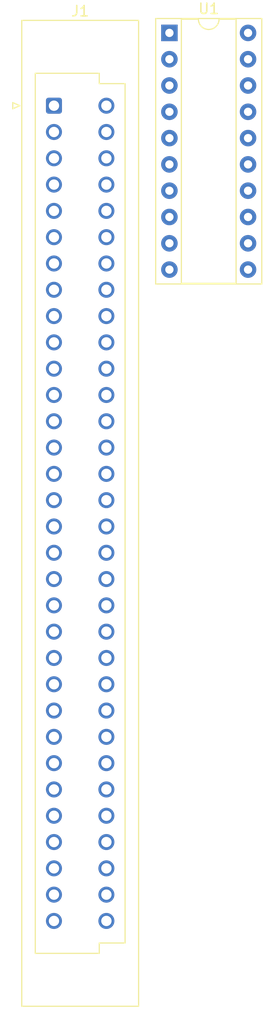
<source format=kicad_pcb>
(kicad_pcb (version 20240108) (generator "pcbnew") (generator_version "8.0")
  (layers (0 "F.Cu" signal) (31 "B.Cu" signal) (34 "B.Paste" user) (35 "F.Paste" user) (36 "B.SilkS" user "B.Silkscreen") (37 "F.SilkS" user "F.Silkscreen") (38 "B.Mask" user) (39 "F.Mask" user) (44 "Edge.Cuts" user))
  (net 0 "")
  (net 1 "/B4-2")
  (net 2 "/B7-3")
  (net 3 "/B5-7")
  (net 4 "/B5-1")
  (net 5 "/B2-7")
  (net 6 "/B6-1")
  (net 7 "/B8-3")
  (net 8 "/B2-3")
  (net 9 "/B3-0")
  (net 10 "/B3-6")
  (net 11 "/B4-3")
  (net 12 "/B6-4")
  (net 13 "/B5-0")
  (net 14 "/B7-6")
  (net 15 "/B7-1")
  (net 16 "/B1-2")
  (net 17 "/B6-6")
  (net 18 "/B3-2")
  (net 19 "/B1-1")
  (net 20 "/B5-4")
  (net 21 "/B4-5")
  (net 22 "/B2-2")
  (net 23 "GND")
  (net 24 "/B2-0")
  (net 25 "/B1-4")
  (net 26 "/B1-7")
  (net 27 "/B1-0")
  (net 28 "/B6-0")
  (net 29 "/B2-6")
  (net 30 "/B5-6")
  (net 31 "/B3-4")
  (net 32 "/B3-3")
  (net 33 "/B3-5")
  (net 34 "/B8-5")
  (net 35 "/B4-0")
  (net 36 "/B8-1")
  (net 37 "/B7-2")
  (net 38 "/B3-7")
  (net 39 "/B4-1")
  (net 40 "/B6-2")
  (net 41 "/B6-5")
  (net 42 "/B5-3")
  (net 43 "/B3-1")
  (net 44 "/B1-5")
  (net 45 "/B7-4")
  (net 46 "/B1-3")
  (net 47 "/B6-7")
  (net 48 "/B5-2")
  (net 49 "/B4-4")
  (net 50 "/B5-5")
  (net 51 "/B7-7")
  (net 52 "/B6-3")
  (net 53 "/B8-4")
  (net 54 "/B2-1")
  (net 55 "/B2-5")
  (net 56 "/B8-0")
  (net 57 "/B8-2")
  (net 58 "/B7-0")
  (net 59 "/B1-6")
  (net 60 "/B7-5")
  (net 61 "/B2-4")
  (net 62 "VCC")
  (net 63 "/~{POR}")
  (net 64 "/RCLK")
  (net 65 "Net-(U1-SER_OUT)")
  (net 66 "Net-(A1-D8_MOSI)")
  (net 67 "/SRCK")
  (footprint "Connector_DIN:DIN41612_R_2x32_Male_Vertical_THT" (layer "F.Cu") (at 46.2788 44.2214)
    (property "Reference" "J1" (at 2.54 -9.13 0) (layer "F.SilkS"))
    (property "Value" "DIN41612_02x32_AC")
    (fp_line (start -3.99 -0.3) (end -3.99 0.3) (stroke (width 0.12)) (layer "F.SilkS"))
    (fp_line (start -3.99 0.3) (end -3.31 0) (stroke (width 0.12)) (layer "F.SilkS"))
    (fp_line (start -3.31 0) (end -3.99 -0.3) (stroke (width 0.12)) (layer "F.SilkS"))
    (fp_line (start -3.12 -8.24) (end 8.2 -8.24) (stroke (width 0.12)) (layer "F.SilkS"))
    (fp_line (start -3.12 86.98) (end -3.12 -8.24) (stroke (width 0.12)) (layer "F.SilkS"))
    (fp_line (start -1.81 -3.131) (end 4.39 -3.131) (stroke (width 0.12)) (layer "F.SilkS"))
    (fp_line (start -1.81 81.87) (end -1.81 -3.131) (stroke (width 0.12)) (layer "F.SilkS"))
    (fp_line (start 4.39 -3.131) (end 4.39 -2.131) (stroke (width 0.12)) (layer "F.SilkS"))
    (fp_line (start 4.39 -2.131) (end 6.89 -2.131) (stroke (width 0.12)) (layer "F.SilkS"))
    (fp_line (start 4.39 80.87) (end 4.39 81.87) (stroke (width 0.12)) (layer "F.SilkS"))
    (fp_line (start 4.39 81.87) (end -1.81 81.87) (stroke (width 0.12)) (layer "F.SilkS"))
    (fp_line (start 6.89 -2.131) (end 6.89 80.87) (stroke (width 0.12)) (layer "F.SilkS"))
    (fp_line (start 6.89 80.87) (end 4.39 80.87) (stroke (width 0.12)) (layer "F.SilkS"))
    (fp_line (start 8.2 -8.24) (end 8.2 86.98) (stroke (width 0.12)) (layer "F.SilkS"))
    (fp_line (start 8.2 86.98) (end -3.12 86.98) (stroke (width 0.12)) (layer "F.SilkS"))
    (pad "" np_thru_hole circle (at 2.24 -5.63) (size 2.85 2.85) (drill 2.85) (layers "*.Cu" "*.Mask"))
    (pad "" np_thru_hole circle (at 2.24 84.37) (size 2.85 2.85) (drill 2.85) (layers "*.Cu" "*.Mask"))
    (pad "a1" thru_hole roundrect (at 0 0) (size 1.55 1.55) (drill 1) (layers "*.Cu" "*.Mask") (roundrect_rratio 0.16129) (net 27 "/B1-0"))
    (pad "a2" thru_hole circle (at 0 2.54) (size 1.55 1.55) (drill 1) (layers "*.Cu" "*.Mask") (net 19 "/B1-1"))
    (pad "a3" thru_hole circle (at 0 5.08) (size 1.55 1.55) (drill 1) (layers "*.Cu" "*.Mask") (net 16 "/B1-2"))
    (pad "a4" thru_hole circle (at 0 7.62) (size 1.55 1.55) (drill 1) (layers "*.Cu" "*.Mask") (net 46 "/B1-3"))
    (pad "a5" thru_hole circle (at 0 10.16) (size 1.55 1.55) (drill 1) (layers "*.Cu" "*.Mask") (net 25 "/B1-4"))
    (pad "a6" thru_hole circle (at 0 12.7) (size 1.55 1.55) (drill 1) (layers "*.Cu" "*.Mask") (net 44 "/B1-5"))
    (pad "a7" thru_hole circle (at 0 15.24) (size 1.55 1.55) (drill 1) (layers "*.Cu" "*.Mask") (net 59 "/B1-6"))
    (pad "a8" thru_hole circle (at 0 17.78) (size 1.55 1.55) (drill 1) (layers "*.Cu" "*.Mask") (net 26 "/B1-7"))
    (pad "a9" thru_hole circle (at 0 20.32) (size 1.55 1.55) (drill 1) (layers "*.Cu" "*.Mask") (net 24 "/B2-0"))
    (pad "a10" thru_hole circle (at 0 22.86) (size 1.55 1.55) (drill 1) (layers "*.Cu" "*.Mask") (net 54 "/B2-1"))
    (pad "a11" thru_hole circle (at 0 25.4) (size 1.55 1.55) (drill 1) (layers "*.Cu" "*.Mask") (net 22 "/B2-2"))
    (pad "a12" thru_hole circle (at 0 27.94) (size 1.55 1.55) (drill 1) (layers "*.Cu" "*.Mask") (net 8 "/B2-3"))
    (pad "a13" thru_hole circle (at 0 30.48) (size 1.55 1.55) (drill 1) (layers "*.Cu" "*.Mask") (net 61 "/B2-4"))
    (pad "a14" thru_hole circle (at 0 33.02) (size 1.55 1.55) (drill 1) (layers "*.Cu" "*.Mask") (net 55 "/B2-5"))
    (pad "a15" thru_hole circle (at 0 35.56) (size 1.55 1.55) (drill 1) (layers "*.Cu" "*.Mask") (net 29 "/B2-6"))
    (pad "a16" thru_hole circle (at 0 38.1) (size 1.55 1.55) (drill 1) (layers "*.Cu" "*.Mask") (net 5 "/B2-7"))
    (pad "a17" thru_hole circle (at 0 40.64) (size 1.55 1.55) (drill 1) (layers "*.Cu" "*.Mask") (net 9 "/B3-0"))
    (pad "a18" thru_hole circle (at 0 43.18) (size 1.55 1.55) (drill 1) (layers "*.Cu" "*.Mask") (net 43 "/B3-1"))
    (pad "a19" thru_hole circle (at 0 45.72) (size 1.55 1.55) (drill 1) (layers "*.Cu" "*.Mask") (net 18 "/B3-2"))
    (pad "a20" thru_hole circle (at 0 48.26) (size 1.55 1.55) (drill 1) (layers "*.Cu" "*.Mask") (net 32 "/B3-3"))
    (pad "a21" thru_hole circle (at 0 50.8) (size 1.55 1.55) (drill 1) (layers "*.Cu" "*.Mask") (net 31 "/B3-4"))
    (pad "a22" thru_hole circle (at 0 53.34) (size 1.55 1.55) (drill 1) (layers "*.Cu" "*.Mask") (net 33 "/B3-5"))
    (pad "a23" thru_hole circle (at 0 55.88) (size 1.55 1.55) (drill 1) (layers "*.Cu" "*.Mask") (net 10 "/B3-6"))
    (pad "a24" thru_hole circle (at 0 58.42) (size 1.55 1.55) (drill 1) (layers "*.Cu" "*.Mask") (net 38 "/B3-7"))
    (pad "a25" thru_hole circle (at 0 60.96) (size 1.55 1.55) (drill 1) (layers "*.Cu" "*.Mask") (net 35 "/B4-0"))
    (pad "a26" thru_hole circle (at 0 63.5) (size 1.55 1.55) (drill 1) (layers "*.Cu" "*.Mask") (net 39 "/B4-1"))
    (pad "a27" thru_hole circle (at 0 66.04) (size 1.55 1.55) (drill 1) (layers "*.Cu" "*.Mask") (net 1 "/B4-2"))
    (pad "a28" thru_hole circle (at 0 68.58) (size 1.55 1.55) (drill 1) (layers "*.Cu" "*.Mask") (net 11 "/B4-3"))
    (pad "a29" thru_hole circle (at 0 71.12) (size 1.55 1.55) (drill 1) (layers "*.Cu" "*.Mask") (net 49 "/B4-4"))
    (pad "a30" thru_hole circle (at 0 73.66) (size 1.55 1.55) (drill 1) (layers "*.Cu" "*.Mask") (net 21 "/B4-5"))
    (pad "a31" thru_hole circle (at 0 76.2) (size 1.55 1.55) (drill 1) (layers "*.Cu" "*.Mask") (net 23 "GND"))
    (pad "a32" thru_hole circle (at 0 78.74) (size 1.55 1.55) (drill 1) (layers "*.Cu" "*.Mask") (net 23 "GND"))
    (pad "c1" thru_hole circle (at 5.08 0) (size 1.55 1.55) (drill 1) (layers "*.Cu" "*.Mask") (net 23 "GND"))
    (pad "c2" thru_hole circle (at 5.08 2.54) (size 1.55 1.55) (drill 1) (layers "*.Cu" "*.Mask") (net 23 "GND"))
    (pad "c3" thru_hole circle (at 5.08 5.08) (size 1.55 1.55) (drill 1) (layers "*.Cu" "*.Mask") (net 34 "/B8-5"))
    (pad "c4" thru_hole circle (at 5.08 7.62) (size 1.55 1.55) (drill 1) (layers "*.Cu" "*.Mask") (net 53 "/B8-4"))
    (pad "c5" thru_hole circle (at 5.08 10.16) (size 1.55 1.55) (drill 1) (layers "*.Cu" "*.Mask") (net 7 "/B8-3"))
    (pad "c6" thru_hole circle (at 5.08 12.7) (size 1.55 1.55) (drill 1) (layers "*.Cu" "*.Mask") (net 57 "/B8-2"))
    (pad "c7" thru_hole circle (at 5.08 15.24) (size 1.55 1.55) (drill 1) (layers "*.Cu" "*.Mask") (net 36 "/B8-1"))
    (pad "c8" thru_hole circle (at 5.08 17.78) (size 1.55 1.55) (drill 1) (layers "*.Cu" "*.Mask") (net 56 "/B8-0"))
    (pad "c9" thru_hole circle (at 5.08 20.32) (size 1.55 1.55) (drill 1) (layers "*.Cu" "*.Mask") (net 51 "/B7-7"))
    (pad "c10" thru_hole circle (at 5.08 22.86) (size 1.55 1.55) (drill 1) (layers "*.Cu" "*.Mask") (net 14 "/B7-6"))
    (pad "c11" thru_hole circle (at 5.08 25.4) (size 1.55 1.55) (drill 1) (layers "*.Cu" "*.Mask") (net 60 "/B7-5"))
    (pad "c12" thru_hole circle (at 5.08 27.94) (size 1.55 1.55) (drill 1) (layers "*.Cu" "*.Mask") (net 45 "/B7-4"))
    (pad "c13" thru_hole circle (at 5.08 30.48) (size 1.55 1.55) (drill 1) (layers "*.Cu" "*.Mask") (net 2 "/B7-3"))
    (pad "c14" thru_hole circle (at 5.08 33.02) (size 1.55 1.55) (drill 1) (layers "*.Cu" "*.Mask") (net 37 "/B7-2"))
    (pad "c15" thru_hole circle (at 5.08 35.56) (size 1.55 1.55) (drill 1) (layers "*.Cu" "*.Mask") (net 15 "/B7-1"))
    (pad "c16" thru_hole circle (at 5.08 38.1) (size 1.55 1.55) (drill 1) (layers "*.Cu" "*.Mask") (net 58 "/B7-0"))
    (pad "c17" thru_hole circle (at 5.08 40.64) (size 1.55 1.55) (drill 1) (layers "*.Cu" "*.Mask") (net 47 "/B6-7"))
    (pad "c18" thru_hole circle (at 5.08 43.18) (size 1.55 1.55) (drill 1) (layers "*.Cu" "*.Mask") (net 17 "/B6-6"))
    (pad "c19" thru_hole circle (at 5.08 45.72) (size 1.55 1.55) (drill 1) (layers "*.Cu" "*.Mask") (net 41 "/B6-5"))
    (pad "c20" thru_hole circle (at 5.08 48.26) (size 1.55 1.55) (drill 1) (layers "*.Cu" "*.Mask") (net 12 "/B6-4"))
    (pad "c21" thru_hole circle (at 5.08 50.8) (size 1.55 1.55) (drill 1) (layers "*.Cu" "*.Mask") (net 52 "/B6-3"))
    (pad "c22" thru_hole circle (at 5.08 53.34) (size 1.55 1.55) (drill 1) (layers "*.Cu" "*.Mask") (net 40 "/B6-2"))
    (pad "c23" thru_hole circle (at 5.08 55.88) (size 1.55 1.55) (drill 1) (layers "*.Cu" "*.Mask") (net 6 "/B6-1"))
    (pad "c24" thru_hole circle (at 5.08 58.42) (size 1.55 1.55) (drill 1) (layers "*.Cu" "*.Mask") (net 28 "/B6-0"))
    (pad "c25" thru_hole circle (at 5.08 60.96) (size 1.55 1.55) (drill 1) (layers "*.Cu" "*.Mask") (net 3 "/B5-7"))
    (pad "c26" thru_hole circle (at 5.08 63.5) (size 1.55 1.55) (drill 1) (layers "*.Cu" "*.Mask") (net 30 "/B5-6"))
    (pad "c27" thru_hole circle (at 5.08 66.04) (size 1.55 1.55) (drill 1) (layers "*.Cu" "*.Mask") (net 50 "/B5-5"))
    (pad "c28" thru_hole circle (at 5.08 68.58) (size 1.55 1.55) (drill 1) (layers "*.Cu" "*.Mask") (net 20 "/B5-4"))
    (pad "c29" thru_hole circle (at 5.08 71.12) (size 1.55 1.55) (drill 1) (layers "*.Cu" "*.Mask") (net 42 "/B5-3"))
    (pad "c30" thru_hole circle (at 5.08 73.66) (size 1.55 1.55) (drill 1) (layers "*.Cu" "*.Mask") (net 48 "/B5-2"))
    (pad "c31" thru_hole circle (at 5.08 76.2) (size 1.55 1.55) (drill 1) (layers "*.Cu" "*.Mask") (net 4 "/B5-1"))
    (pad "c32" thru_hole circle (at 5.08 78.74) (size 1.55 1.55) (drill 1) (layers "*.Cu" "*.Mask") (net 13 "/B5-0"))
  )
  (footprint "Package_DIP:DIP-20_W7.62mm_Socket" (layer "F.Cu") (at 57.4638 37.1914)
    (property "Reference" "U1" (at 3.81 -2.33 0) (layer "F.SilkS"))
    (property "Value" "TPIC6595")
    (fp_line (start -1.33 -1.39) (end -1.33 24.25) (stroke (width 0.12)) (layer "F.SilkS"))
    (fp_line (start -1.33 24.25) (end 8.95 24.25) (stroke (width 0.12)) (layer "F.SilkS"))
    (fp_line (start 1.16 -1.33) (end 1.16 24.19) (stroke (width 0.12)) (layer "F.SilkS"))
    (fp_line (start 1.16 24.19) (end 6.46 24.19) (stroke (width 0.12)) (layer "F.SilkS"))
    (fp_line (start 2.81 -1.33) (end 1.16 -1.33) (stroke (width 0.12)) (layer "F.SilkS"))
    (fp_line (start 6.46 -1.33) (end 4.81 -1.33) (stroke (width 0.12)) (layer "F.SilkS"))
    (fp_line (start 6.46 24.19) (end 6.46 -1.33) (stroke (width 0.12)) (layer "F.SilkS"))
    (fp_line (start 8.95 -1.39) (end -1.33 -1.39) (stroke (width 0.12)) (layer "F.SilkS"))
    (fp_line (start 8.95 24.25) (end 8.95 -1.39) (stroke (width 0.12)) (layer "F.SilkS"))
    (fp_arc (start 4.81 -1.33) (mid 3.81 -0.33) (end 2.81 -1.33) (stroke (width 0.12)) (layer "F.SilkS"))
    (pad "1" thru_hole rect (at 0 0) (size 1.6 1.6) (drill 0.8) (layers "*.Cu" "*.Mask") (net 23 "GND"))
    (pad "2" thru_hole oval (at 0 2.54) (size 1.6 1.6) (drill 0.8) (layers "*.Cu" "*.Mask") (net 62 "VCC"))
    (pad "3" thru_hole oval (at 0 5.08) (size 1.6 1.6) (drill 0.8) (layers "*.Cu" "*.Mask") (net 66 "Net-(A1-D8_MOSI)"))
    (pad "4" thru_hole oval (at 0 7.62) (size 1.6 1.6) (drill 0.8) (layers "*.Cu" "*.Mask") (net 27 "/B1-0"))
    (pad "5" thru_hole oval (at 0 10.16) (size 1.6 1.6) (drill 0.8) (layers "*.Cu" "*.Mask") (net 19 "/B1-1"))
    (pad "6" thru_hole oval (at 0 12.7) (size 1.6 1.6) (drill 0.8) (layers "*.Cu" "*.Mask") (net 16 "/B1-2"))
    (pad "7" thru_hole oval (at 0 15.24) (size 1.6 1.6) (drill 0.8) (layers "*.Cu" "*.Mask") (net 46 "/B1-3"))
    (pad "8" thru_hole oval (at 0 17.78) (size 1.6 1.6) (drill 0.8) (layers "*.Cu" "*.Mask") (net 62 "VCC"))
    (pad "9" thru_hole oval (at 0 20.32) (size 1.6 1.6) (drill 0.8) (layers "*.Cu" "*.Mask") (net 63 "/~{POR}"))
    (pad "10" thru_hole oval (at 0 22.86) (size 1.6 1.6) (drill 0.8) (layers "*.Cu" "*.Mask") (net 23 "GND"))
    (pad "11" thru_hole oval (at 7.62 22.86) (size 1.6 1.6) (drill 0.8) (layers "*.Cu" "*.Mask") (net 23 "GND"))
    (pad "12" thru_hole oval (at 7.62 20.32) (size 1.6 1.6) (drill 0.8) (layers "*.Cu" "*.Mask") (net 64 "/RCLK"))
    (pad "13" thru_hole oval (at 7.62 17.78) (size 1.6 1.6) (drill 0.8) (layers "*.Cu" "*.Mask") (net 67 "/SRCK"))
    (pad "14" thru_hole oval (at 7.62 15.24) (size 1.6 1.6) (drill 0.8) (layers "*.Cu" "*.Mask") (net 25 "/B1-4"))
    (pad "15" thru_hole oval (at 7.62 12.7) (size 1.6 1.6) (drill 0.8) (layers "*.Cu" "*.Mask") (net 44 "/B1-5"))
    (pad "16" thru_hole oval (at 7.62 10.16) (size 1.6 1.6) (drill 0.8) (layers "*.Cu" "*.Mask") (net 59 "/B1-6"))
    (pad "17" thru_hole oval (at 7.62 7.62) (size 1.6 1.6) (drill 0.8) (layers "*.Cu" "*.Mask") (net 26 "/B1-7"))
    (pad "18" thru_hole oval (at 7.62 5.08) (size 1.6 1.6) (drill 0.8) (layers "*.Cu" "*.Mask") (net 65 "Net-(U1-SER_OUT)"))
    (pad "19" thru_hole oval (at 7.62 2.54) (size 1.6 1.6) (drill 0.8) (layers "*.Cu" "*.Mask") (net 23 "GND"))
    (pad "20" thru_hole oval (at 7.62 0) (size 1.6 1.6) (drill 0.8) (layers "*.Cu" "*.Mask") (net 23 "GND"))
  )
)
</source>
